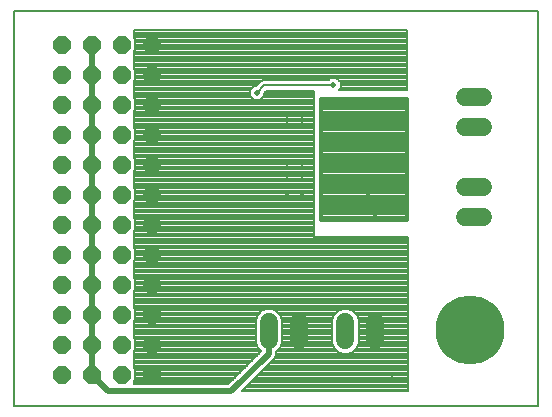
<source format=gbl>
G75*
%MOIN*%
%OFA0B0*%
%FSLAX25Y25*%
%IPPOS*%
%LPD*%
%AMOC8*
5,1,8,0,0,1.08239X$1,22.5*
%
%ADD10C,0.00500*%
%ADD11C,0.06000*%
%ADD12OC8,0.06000*%
%ADD13C,0.23000*%
%ADD14C,0.00800*%
%ADD15C,0.01950*%
%ADD16C,0.01400*%
%ADD17C,0.02000*%
D10*
X0001250Y0030000D02*
X0001250Y0161850D01*
X0176100Y0161850D01*
X0176100Y0030000D01*
X0001250Y0030000D01*
D11*
X0086250Y0052000D02*
X0086250Y0058000D01*
X0096250Y0058000D02*
X0096250Y0052000D01*
X0111750Y0052000D02*
X0111750Y0058000D01*
X0121750Y0058000D02*
X0121750Y0052000D01*
X0151750Y0093000D02*
X0157750Y0093000D01*
X0157750Y0103000D02*
X0151750Y0103000D01*
X0151750Y0123000D02*
X0157750Y0123000D01*
X0157750Y0133000D02*
X0151750Y0133000D01*
D12*
X0047250Y0130500D03*
X0037250Y0130500D03*
X0027250Y0130500D03*
X0017250Y0130500D03*
X0017250Y0140500D03*
X0027250Y0140500D03*
X0037250Y0140500D03*
X0047250Y0140500D03*
X0047250Y0150500D03*
X0037250Y0150500D03*
X0027250Y0150500D03*
X0017250Y0150500D03*
X0017250Y0120500D03*
X0027250Y0120500D03*
X0037250Y0120500D03*
X0047250Y0120500D03*
X0047250Y0110500D03*
X0037250Y0110500D03*
X0027250Y0110500D03*
X0017250Y0110500D03*
X0017250Y0100500D03*
X0027250Y0100500D03*
X0037250Y0100500D03*
X0047250Y0100500D03*
X0047250Y0090500D03*
X0037250Y0090500D03*
X0027250Y0090500D03*
X0017250Y0090500D03*
X0017250Y0080500D03*
X0027250Y0080500D03*
X0037250Y0080500D03*
X0047250Y0080500D03*
X0047250Y0070500D03*
X0037250Y0070500D03*
X0027250Y0070500D03*
X0017250Y0070500D03*
X0017250Y0060500D03*
X0027250Y0060500D03*
X0037250Y0060500D03*
X0047250Y0060500D03*
X0047250Y0050500D03*
X0037250Y0050500D03*
X0027250Y0050500D03*
X0017250Y0050500D03*
X0017250Y0040500D03*
X0027250Y0040500D03*
X0037250Y0040500D03*
X0047250Y0040500D03*
D13*
X0153250Y0055500D03*
D14*
X0132750Y0055552D02*
X0116150Y0055552D01*
X0116150Y0054754D02*
X0132750Y0054754D01*
X0132750Y0053955D02*
X0116150Y0053955D01*
X0116150Y0053157D02*
X0132750Y0053157D01*
X0132750Y0052358D02*
X0116150Y0052358D01*
X0116150Y0051560D02*
X0132750Y0051560D01*
X0132750Y0050761D02*
X0115999Y0050761D01*
X0116150Y0051125D02*
X0116150Y0058875D01*
X0115480Y0060492D01*
X0114242Y0061730D01*
X0112625Y0062400D01*
X0110875Y0062400D01*
X0109258Y0061730D01*
X0108020Y0060492D01*
X0107350Y0058875D01*
X0107350Y0051125D01*
X0108020Y0049508D01*
X0109258Y0048270D01*
X0110875Y0047600D01*
X0112625Y0047600D01*
X0114242Y0048270D01*
X0115480Y0049508D01*
X0116150Y0051125D01*
X0115669Y0049963D02*
X0132750Y0049963D01*
X0132750Y0049164D02*
X0115137Y0049164D01*
X0114338Y0048366D02*
X0132750Y0048366D01*
X0132750Y0047567D02*
X0088650Y0047567D01*
X0088650Y0047023D02*
X0088650Y0048232D01*
X0088742Y0048270D01*
X0089980Y0049508D01*
X0090650Y0051125D01*
X0090650Y0058875D01*
X0089980Y0060492D01*
X0088742Y0061730D01*
X0087125Y0062400D01*
X0085375Y0062400D01*
X0083758Y0061730D01*
X0082520Y0060492D01*
X0081850Y0058875D01*
X0081850Y0051125D01*
X0082520Y0049508D01*
X0083692Y0048336D01*
X0072756Y0037400D01*
X0041250Y0037400D01*
X0041250Y0038277D01*
X0041650Y0038677D01*
X0041650Y0042323D01*
X0041250Y0042723D01*
X0041250Y0048277D01*
X0041650Y0048677D01*
X0041650Y0052323D01*
X0041250Y0052723D01*
X0041250Y0058277D01*
X0041650Y0058677D01*
X0041650Y0062323D01*
X0041250Y0062723D01*
X0041250Y0068277D01*
X0041650Y0068677D01*
X0041650Y0072323D01*
X0041250Y0072723D01*
X0041250Y0078277D01*
X0041650Y0078677D01*
X0041650Y0082323D01*
X0041250Y0082723D01*
X0041250Y0088277D01*
X0041650Y0088677D01*
X0041650Y0092323D01*
X0041250Y0092723D01*
X0041250Y0098277D01*
X0041650Y0098677D01*
X0041650Y0102323D01*
X0041250Y0102723D01*
X0041250Y0108277D01*
X0041650Y0108677D01*
X0041650Y0112323D01*
X0041250Y0112723D01*
X0041250Y0118277D01*
X0041650Y0118677D01*
X0041650Y0122323D01*
X0041250Y0122723D01*
X0041250Y0128277D01*
X0041650Y0128677D01*
X0041650Y0132323D01*
X0041250Y0132723D01*
X0041250Y0138277D01*
X0041650Y0138677D01*
X0041650Y0142323D01*
X0041250Y0142723D01*
X0041250Y0148277D01*
X0041650Y0148677D01*
X0041650Y0152323D01*
X0041250Y0152723D01*
X0041250Y0155500D01*
X0132250Y0155500D01*
X0132250Y0135500D01*
X0109609Y0135500D01*
X0110125Y0136016D01*
X0110125Y0137984D01*
X0108734Y0139375D01*
X0106766Y0139375D01*
X0106191Y0138800D01*
X0084004Y0138800D01*
X0082079Y0136875D01*
X0081266Y0136875D01*
X0079875Y0135484D01*
X0079875Y0133516D01*
X0081266Y0132125D01*
X0083234Y0132125D01*
X0084625Y0133516D01*
X0084625Y0134329D01*
X0085496Y0135200D01*
X0101250Y0135200D01*
X0101250Y0086500D01*
X0132750Y0086500D01*
X0132750Y0035000D01*
X0077144Y0035000D01*
X0088285Y0046141D01*
X0088650Y0047023D01*
X0088545Y0046769D02*
X0132750Y0046769D01*
X0132750Y0045970D02*
X0088114Y0045970D01*
X0087316Y0045172D02*
X0132750Y0045172D01*
X0132750Y0044373D02*
X0086517Y0044373D01*
X0085719Y0043575D02*
X0132750Y0043575D01*
X0132750Y0042776D02*
X0084920Y0042776D01*
X0084122Y0041978D02*
X0132750Y0041978D01*
X0132750Y0041179D02*
X0083323Y0041179D01*
X0082525Y0040381D02*
X0132750Y0040381D01*
X0132750Y0039582D02*
X0081726Y0039582D01*
X0080928Y0038784D02*
X0132750Y0038784D01*
X0132750Y0037985D02*
X0080129Y0037985D01*
X0079331Y0037187D02*
X0132750Y0037187D01*
X0132750Y0036388D02*
X0078532Y0036388D01*
X0077734Y0035590D02*
X0132750Y0035590D01*
X0109162Y0048366D02*
X0088838Y0048366D01*
X0089637Y0049164D02*
X0108363Y0049164D01*
X0107831Y0049963D02*
X0090169Y0049963D01*
X0090499Y0050761D02*
X0107501Y0050761D01*
X0107350Y0051560D02*
X0090650Y0051560D01*
X0090650Y0052358D02*
X0107350Y0052358D01*
X0107350Y0053157D02*
X0090650Y0053157D01*
X0090650Y0053955D02*
X0107350Y0053955D01*
X0107350Y0054754D02*
X0090650Y0054754D01*
X0090650Y0055552D02*
X0107350Y0055552D01*
X0107350Y0056351D02*
X0090650Y0056351D01*
X0090650Y0057149D02*
X0107350Y0057149D01*
X0107350Y0057948D02*
X0090650Y0057948D01*
X0090650Y0058746D02*
X0107350Y0058746D01*
X0107627Y0059545D02*
X0090373Y0059545D01*
X0090042Y0060343D02*
X0107958Y0060343D01*
X0108669Y0061142D02*
X0089331Y0061142D01*
X0088235Y0061940D02*
X0109765Y0061940D01*
X0113735Y0061940D02*
X0132750Y0061940D01*
X0132750Y0061142D02*
X0114831Y0061142D01*
X0115542Y0060343D02*
X0132750Y0060343D01*
X0132750Y0059545D02*
X0115873Y0059545D01*
X0116150Y0058746D02*
X0132750Y0058746D01*
X0132750Y0057948D02*
X0116150Y0057948D01*
X0116150Y0057149D02*
X0132750Y0057149D01*
X0132750Y0056351D02*
X0116150Y0056351D01*
X0132750Y0062739D02*
X0041250Y0062739D01*
X0041250Y0063537D02*
X0132750Y0063537D01*
X0132750Y0064336D02*
X0041250Y0064336D01*
X0041250Y0065134D02*
X0132750Y0065134D01*
X0132750Y0065933D02*
X0041250Y0065933D01*
X0041250Y0066732D02*
X0132750Y0066732D01*
X0132750Y0067530D02*
X0041250Y0067530D01*
X0041301Y0068329D02*
X0132750Y0068329D01*
X0132750Y0069127D02*
X0041650Y0069127D01*
X0041650Y0069926D02*
X0132750Y0069926D01*
X0132750Y0070724D02*
X0041650Y0070724D01*
X0041650Y0071523D02*
X0132750Y0071523D01*
X0132750Y0072321D02*
X0041650Y0072321D01*
X0041250Y0073120D02*
X0132750Y0073120D01*
X0132750Y0073918D02*
X0041250Y0073918D01*
X0041250Y0074717D02*
X0132750Y0074717D01*
X0132750Y0075515D02*
X0041250Y0075515D01*
X0041250Y0076314D02*
X0132750Y0076314D01*
X0132750Y0077112D02*
X0041250Y0077112D01*
X0041250Y0077911D02*
X0132750Y0077911D01*
X0132750Y0078709D02*
X0041650Y0078709D01*
X0041650Y0079508D02*
X0132750Y0079508D01*
X0132750Y0080306D02*
X0041650Y0080306D01*
X0041650Y0081105D02*
X0132750Y0081105D01*
X0132750Y0081903D02*
X0041650Y0081903D01*
X0041271Y0082702D02*
X0132750Y0082702D01*
X0132750Y0083500D02*
X0041250Y0083500D01*
X0041250Y0084299D02*
X0132750Y0084299D01*
X0132750Y0085097D02*
X0041250Y0085097D01*
X0041250Y0085896D02*
X0132750Y0085896D01*
X0101250Y0086694D02*
X0041250Y0086694D01*
X0041250Y0087493D02*
X0101250Y0087493D01*
X0101250Y0088291D02*
X0041264Y0088291D01*
X0041650Y0089090D02*
X0101250Y0089090D01*
X0101250Y0089888D02*
X0041650Y0089888D01*
X0041650Y0090687D02*
X0101250Y0090687D01*
X0101250Y0091485D02*
X0041650Y0091485D01*
X0041650Y0092284D02*
X0101250Y0092284D01*
X0101250Y0093082D02*
X0041250Y0093082D01*
X0041250Y0093881D02*
X0101250Y0093881D01*
X0101250Y0094679D02*
X0041250Y0094679D01*
X0041250Y0095478D02*
X0101250Y0095478D01*
X0101250Y0096276D02*
X0041250Y0096276D01*
X0041250Y0097075D02*
X0101250Y0097075D01*
X0101250Y0097873D02*
X0041250Y0097873D01*
X0041645Y0098672D02*
X0101250Y0098672D01*
X0101250Y0099470D02*
X0041650Y0099470D01*
X0041650Y0100269D02*
X0101250Y0100269D01*
X0101250Y0101068D02*
X0041650Y0101068D01*
X0041650Y0101866D02*
X0101250Y0101866D01*
X0101250Y0102665D02*
X0041308Y0102665D01*
X0041250Y0103463D02*
X0101250Y0103463D01*
X0101250Y0104262D02*
X0041250Y0104262D01*
X0041250Y0105060D02*
X0101250Y0105060D01*
X0101250Y0105859D02*
X0041250Y0105859D01*
X0041250Y0106657D02*
X0101250Y0106657D01*
X0101250Y0107456D02*
X0041250Y0107456D01*
X0041250Y0108254D02*
X0101250Y0108254D01*
X0101250Y0109053D02*
X0041650Y0109053D01*
X0041650Y0109851D02*
X0101250Y0109851D01*
X0101250Y0110650D02*
X0041650Y0110650D01*
X0041650Y0111448D02*
X0101250Y0111448D01*
X0101250Y0112247D02*
X0041650Y0112247D01*
X0041250Y0113045D02*
X0101250Y0113045D01*
X0101250Y0113844D02*
X0041250Y0113844D01*
X0041250Y0114642D02*
X0101250Y0114642D01*
X0101250Y0115441D02*
X0041250Y0115441D01*
X0041250Y0116239D02*
X0101250Y0116239D01*
X0101250Y0117038D02*
X0041250Y0117038D01*
X0041250Y0117836D02*
X0101250Y0117836D01*
X0101250Y0118635D02*
X0041607Y0118635D01*
X0041650Y0119433D02*
X0101250Y0119433D01*
X0101250Y0120232D02*
X0041650Y0120232D01*
X0041650Y0121030D02*
X0101250Y0121030D01*
X0101250Y0121829D02*
X0041650Y0121829D01*
X0041345Y0122627D02*
X0101250Y0122627D01*
X0101250Y0123426D02*
X0041250Y0123426D01*
X0041250Y0124224D02*
X0101250Y0124224D01*
X0101250Y0125023D02*
X0041250Y0125023D01*
X0041250Y0125821D02*
X0101250Y0125821D01*
X0101250Y0126620D02*
X0041250Y0126620D01*
X0041250Y0127418D02*
X0101250Y0127418D01*
X0101250Y0128217D02*
X0041250Y0128217D01*
X0041650Y0129015D02*
X0101250Y0129015D01*
X0101250Y0129814D02*
X0041650Y0129814D01*
X0041650Y0130612D02*
X0101250Y0130612D01*
X0101250Y0131411D02*
X0041650Y0131411D01*
X0041650Y0132209D02*
X0081182Y0132209D01*
X0080383Y0133008D02*
X0041250Y0133008D01*
X0041250Y0133806D02*
X0079875Y0133806D01*
X0079875Y0134605D02*
X0041250Y0134605D01*
X0041250Y0135403D02*
X0079875Y0135403D01*
X0080593Y0136202D02*
X0041250Y0136202D01*
X0041250Y0137001D02*
X0082205Y0137001D01*
X0083003Y0137799D02*
X0041250Y0137799D01*
X0041570Y0138598D02*
X0083802Y0138598D01*
X0084750Y0137000D02*
X0082250Y0134500D01*
X0084117Y0133008D02*
X0101250Y0133008D01*
X0101250Y0133806D02*
X0084625Y0133806D01*
X0084901Y0134605D02*
X0101250Y0134605D01*
X0101250Y0132209D02*
X0083318Y0132209D01*
X0084750Y0137000D02*
X0107750Y0137000D01*
X0110125Y0137001D02*
X0132250Y0137001D01*
X0132250Y0137799D02*
X0110125Y0137799D01*
X0109511Y0138598D02*
X0132250Y0138598D01*
X0132250Y0139396D02*
X0041650Y0139396D01*
X0041650Y0140195D02*
X0132250Y0140195D01*
X0132250Y0140993D02*
X0041650Y0140993D01*
X0041650Y0141792D02*
X0132250Y0141792D01*
X0132250Y0142590D02*
X0041382Y0142590D01*
X0041250Y0143389D02*
X0132250Y0143389D01*
X0132250Y0144187D02*
X0041250Y0144187D01*
X0041250Y0144986D02*
X0132250Y0144986D01*
X0132250Y0145784D02*
X0041250Y0145784D01*
X0041250Y0146583D02*
X0132250Y0146583D01*
X0132250Y0147381D02*
X0041250Y0147381D01*
X0041250Y0148180D02*
X0132250Y0148180D01*
X0132250Y0148978D02*
X0041650Y0148978D01*
X0041650Y0149777D02*
X0132250Y0149777D01*
X0132250Y0150575D02*
X0041650Y0150575D01*
X0041650Y0151374D02*
X0132250Y0151374D01*
X0132250Y0152172D02*
X0041650Y0152172D01*
X0041250Y0152971D02*
X0132250Y0152971D01*
X0132250Y0153769D02*
X0041250Y0153769D01*
X0041250Y0154568D02*
X0132250Y0154568D01*
X0132250Y0155366D02*
X0041250Y0155366D01*
X0110125Y0136202D02*
X0132250Y0136202D01*
X0084265Y0061940D02*
X0041650Y0061940D01*
X0041650Y0061142D02*
X0083169Y0061142D01*
X0082458Y0060343D02*
X0041650Y0060343D01*
X0041650Y0059545D02*
X0082127Y0059545D01*
X0081850Y0058746D02*
X0041650Y0058746D01*
X0041250Y0057948D02*
X0081850Y0057948D01*
X0081850Y0057149D02*
X0041250Y0057149D01*
X0041250Y0056351D02*
X0081850Y0056351D01*
X0081850Y0055552D02*
X0041250Y0055552D01*
X0041250Y0054754D02*
X0081850Y0054754D01*
X0081850Y0053955D02*
X0041250Y0053955D01*
X0041250Y0053157D02*
X0081850Y0053157D01*
X0081850Y0052358D02*
X0041614Y0052358D01*
X0041650Y0051560D02*
X0081850Y0051560D01*
X0082001Y0050761D02*
X0041650Y0050761D01*
X0041650Y0049963D02*
X0082331Y0049963D01*
X0082863Y0049164D02*
X0041650Y0049164D01*
X0041338Y0048366D02*
X0083662Y0048366D01*
X0082923Y0047567D02*
X0041250Y0047567D01*
X0041250Y0046769D02*
X0082125Y0046769D01*
X0081326Y0045970D02*
X0041250Y0045970D01*
X0041250Y0045172D02*
X0080528Y0045172D01*
X0079729Y0044373D02*
X0041250Y0044373D01*
X0041250Y0043575D02*
X0078931Y0043575D01*
X0078132Y0042776D02*
X0041250Y0042776D01*
X0041650Y0041978D02*
X0077334Y0041978D01*
X0076535Y0041179D02*
X0041650Y0041179D01*
X0041650Y0040381D02*
X0075737Y0040381D01*
X0074938Y0039582D02*
X0041650Y0039582D01*
X0041650Y0038784D02*
X0074140Y0038784D01*
X0073341Y0037985D02*
X0041250Y0037985D01*
D15*
X0092250Y0100000D03*
X0097250Y0100000D03*
X0097250Y0107000D03*
X0097250Y0111000D03*
X0097250Y0115500D03*
X0097250Y0119500D03*
X0092250Y0119500D03*
X0092250Y0115500D03*
X0092250Y0111000D03*
X0092250Y0107000D03*
X0112250Y0123000D03*
X0116250Y0123000D03*
X0116250Y0127500D03*
X0111750Y0127500D03*
X0121250Y0127500D03*
X0107750Y0137000D03*
X0097250Y0125500D03*
X0092250Y0125500D03*
X0082250Y0134500D03*
X0116250Y0103000D03*
X0119250Y0100000D03*
X0121750Y0096500D03*
X0121750Y0093000D03*
X0127250Y0039000D03*
D16*
X0132250Y0092000D02*
X0103750Y0092000D01*
X0103750Y0132500D01*
X0132250Y0132500D01*
X0132250Y0092000D01*
X0132250Y0092933D02*
X0103750Y0092933D01*
X0103750Y0094332D02*
X0132250Y0094332D01*
X0132250Y0095730D02*
X0103750Y0095730D01*
X0103750Y0097129D02*
X0132250Y0097129D01*
X0132250Y0098527D02*
X0103750Y0098527D01*
X0103750Y0099926D02*
X0132250Y0099926D01*
X0132250Y0101324D02*
X0103750Y0101324D01*
X0103750Y0102723D02*
X0132250Y0102723D01*
X0132250Y0104121D02*
X0103750Y0104121D01*
X0103750Y0105520D02*
X0132250Y0105520D01*
X0132250Y0106918D02*
X0103750Y0106918D01*
X0103750Y0108317D02*
X0132250Y0108317D01*
X0132250Y0109715D02*
X0103750Y0109715D01*
X0103750Y0111114D02*
X0132250Y0111114D01*
X0132250Y0112512D02*
X0103750Y0112512D01*
X0103750Y0113911D02*
X0132250Y0113911D01*
X0132250Y0115309D02*
X0103750Y0115309D01*
X0103750Y0116708D02*
X0132250Y0116708D01*
X0132250Y0118106D02*
X0103750Y0118106D01*
X0103750Y0119505D02*
X0132250Y0119505D01*
X0132250Y0120903D02*
X0103750Y0120903D01*
X0103750Y0122302D02*
X0132250Y0122302D01*
X0132250Y0123700D02*
X0103750Y0123700D01*
X0103750Y0125099D02*
X0132250Y0125099D01*
X0132250Y0126497D02*
X0103750Y0126497D01*
X0103750Y0127896D02*
X0132250Y0127896D01*
X0132250Y0129294D02*
X0103750Y0129294D01*
X0103750Y0130693D02*
X0132250Y0130693D01*
X0132250Y0132091D02*
X0103750Y0132091D01*
D17*
X0027250Y0130500D02*
X0027250Y0120500D01*
X0027250Y0110500D01*
X0027250Y0100500D01*
X0027250Y0090500D01*
X0027250Y0080500D01*
X0027250Y0070500D01*
X0027250Y0060500D01*
X0027250Y0050500D01*
X0027250Y0040500D01*
X0032750Y0035000D01*
X0073750Y0035000D01*
X0086250Y0047500D01*
X0086250Y0055000D01*
X0027250Y0130500D02*
X0027250Y0140500D01*
X0027250Y0150500D01*
M02*

</source>
